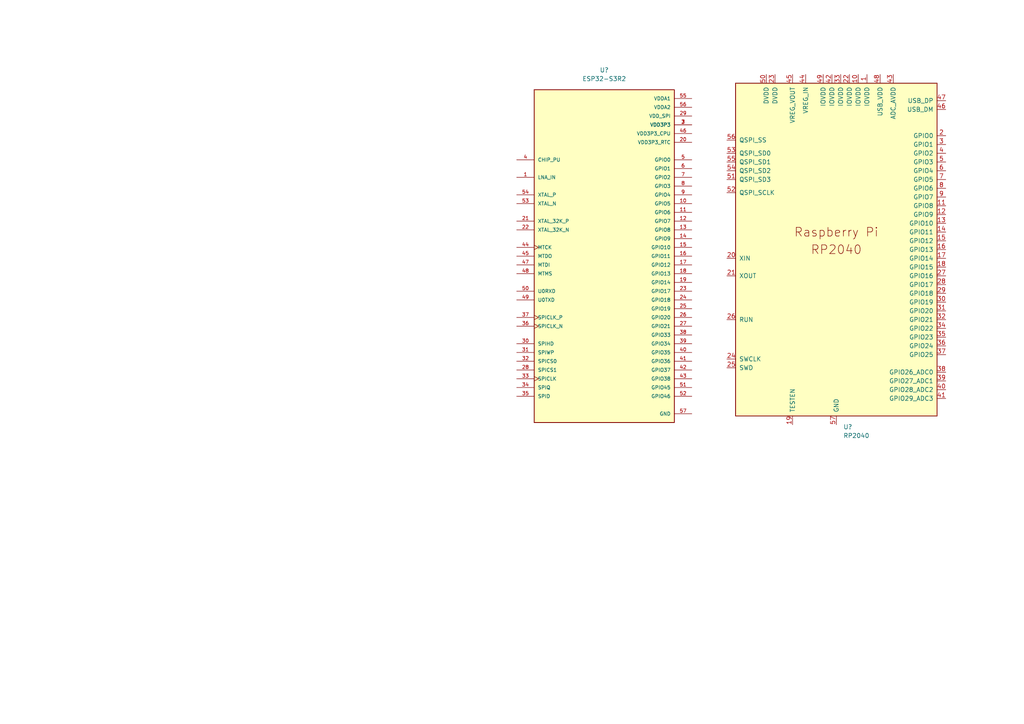
<source format=kicad_sch>
(kicad_sch (version 20211123) (generator eeschema)
  (paper "A4")
  (lib_symbols
    (symbol "MCU_Espriff_S3:ESP32-S3R2" (pin_names (offset 1.016))
      (property "Reference" "U" (at -20.32 49.53 0))
      (property "Value" "ESP32-S3R2" (at -20.32 -49.53 0))
      (symbol "ESP32-S3R2_0_0"
        (rectangle (start -20.32 -48.26) (end 20.32 48.26) (stroke (width 0.254)) (fill (type background)))
        (pin bidirectional line (at -25.4 22.86 0) (length 5.08) (name "LNA_IN") (number "1"))
        (pin bidirectional line (at 25.4 15.24 180) (length 5.08) (name "GPIO5") (number "10"))
        (pin bidirectional line (at 25.4 12.7 180) (length 5.08) (name "GPIO6") (number "11"))
        (pin bidirectional line (at 25.4 10.16 180) (length 5.08) (name "GPIO7") (number "12"))
        (pin bidirectional line (at 25.4 7.62 180) (length 5.08) (name "GPIO8") (number "13"))
        (pin bidirectional line (at 25.4 5.08 180) (length 5.08) (name "GPIO9") (number "14"))
        (pin bidirectional line (at 25.4 2.54 180) (length 5.08) (name "GPIO10") (number "15"))
        (pin bidirectional line (at 25.4 0 180) (length 5.08) (name "GPIO11") (number "16"))
        (pin bidirectional line (at 25.4 -2.54 180) (length 5.08) (name "GPIO12") (number "17"))
        (pin bidirectional line (at 25.4 -5.08 180) (length 5.08) (name "GPIO13") (number "18"))
        (pin bidirectional line (at 25.4 -7.62 180) (length 5.08) (name "GPIO14") (number "19"))
        (pin power_in line (at 25.4 38.1 180) (length 5.08) (name "VDD3P3") (number "2"))
        (pin power_in line (at 25.4 33.02 180) (length 5.08) (name "VDD3P3_RTC") (number "20"))
        (pin bidirectional line (at -25.4 10.16 0) (length 5.08) (name "XTAL_32K_P") (number "21"))
        (pin bidirectional line (at -25.4 7.62 0) (length 5.08) (name "XTAL_32K_N") (number "22"))
        (pin bidirectional line (at 25.4 -10.16 180) (length 5.08) (name "GPIO17") (number "23"))
        (pin bidirectional line (at 25.4 -12.7 180) (length 5.08) (name "GPIO18") (number "24"))
        (pin bidirectional line (at 25.4 -15.24 180) (length 5.08) (name "GPIO19") (number "25"))
        (pin bidirectional line (at 25.4 -17.78 180) (length 5.08) (name "GPIO20") (number "26"))
        (pin bidirectional line (at 25.4 -20.32 180) (length 5.08) (name "GPIO21") (number "27"))
        (pin bidirectional line (at -25.4 -33.02 0) (length 5.08) (name "SPICS1") (number "28"))
        (pin power_in line (at 25.4 40.64 180) (length 5.08) (name "VDD_SPI") (number "29"))
        (pin power_in line (at 25.4 38.1 180) (length 5.08) (name "VDD3P3") (number "3"))
        (pin bidirectional line (at -25.4 -25.4 0) (length 5.08) (name "SPIHD") (number "30"))
        (pin bidirectional line (at -25.4 -27.94 0) (length 5.08) (name "SPIWP") (number "31"))
        (pin bidirectional line (at -25.4 -30.48 0) (length 5.08) (name "SPICS0") (number "32"))
        (pin bidirectional clock (at -25.4 -35.56 0) (length 5.08) (name "SPICLK") (number "33"))
        (pin bidirectional line (at -25.4 -38.1 0) (length 5.08) (name "SPIQ") (number "34"))
        (pin bidirectional line (at -25.4 -40.64 0) (length 5.08) (name "SPID") (number "35"))
        (pin bidirectional clock (at -25.4 -20.32 0) (length 5.08) (name "SPICLK_N") (number "36"))
        (pin bidirectional clock (at -25.4 -17.78 0) (length 5.08) (name "SPICLK_P") (number "37"))
        (pin bidirectional line (at 25.4 -22.86 180) (length 5.08) (name "GPIO33") (number "38"))
        (pin bidirectional line (at 25.4 -25.4 180) (length 5.08) (name "GPIO34") (number "39"))
        (pin input line (at -25.4 27.94 0) (length 5.08) (name "CHIP_PU") (number "4"))
        (pin bidirectional line (at 25.4 -27.94 180) (length 5.08) (name "GPIO35") (number "40"))
        (pin bidirectional line (at 25.4 -30.48 180) (length 5.08) (name "GPIO36") (number "41"))
        (pin bidirectional line (at 25.4 -33.02 180) (length 5.08) (name "GPIO37") (number "42"))
        (pin bidirectional line (at 25.4 -35.56 180) (length 5.08) (name "GPIO38") (number "43"))
        (pin bidirectional clock (at -25.4 2.54 0) (length 5.08) (name "MTCK") (number "44"))
        (pin bidirectional line (at -25.4 0 0) (length 5.08) (name "MTDO") (number "45"))
        (pin power_in line (at 25.4 35.56 180) (length 5.08) (name "VDD3P3_CPU") (number "46"))
        (pin bidirectional line (at -25.4 -2.54 0) (length 5.08) (name "MTDI") (number "47"))
        (pin bidirectional line (at -25.4 -5.08 0) (length 5.08) (name "MTMS") (number "48"))
        (pin bidirectional line (at -25.4 -12.7 0) (length 5.08) (name "U0TXD") (number "49"))
        (pin bidirectional line (at 25.4 27.94 180) (length 5.08) (name "GPIO0") (number "5"))
        (pin bidirectional line (at -25.4 -10.16 0) (length 5.08) (name "U0RXD") (number "50"))
        (pin bidirectional line (at 25.4 -38.1 180) (length 5.08) (name "GPIO45") (number "51"))
        (pin bidirectional line (at 25.4 -40.64 180) (length 5.08) (name "GPIO46") (number "52"))
        (pin output line (at -25.4 15.24 0) (length 5.08) (name "XTAL_N") (number "53"))
        (pin input line (at -25.4 17.78 0) (length 5.08) (name "XTAL_P") (number "54"))
        (pin power_in line (at 25.4 45.72 180) (length 5.08) (name "VDDA1") (number "55"))
        (pin power_in line (at 25.4 43.18 180) (length 5.08) (name "VDDA2") (number "56"))
        (pin power_in line (at 25.4 -45.72 180) (length 5.08) (name "GND") (number "57"))
        (pin bidirectional line (at 25.4 25.4 180) (length 5.08) (name "GPIO1") (number "6"))
        (pin bidirectional line (at 25.4 22.86 180) (length 5.08) (name "GPIO2") (number "7"))
        (pin bidirectional line (at 25.4 20.32 180) (length 5.08) (name "GPIO3") (number "8"))
        (pin bidirectional line (at 25.4 17.78 180) (length 5.08) (name "GPIO4") (number "9"))
      )
    )
    (symbol "MCU_RaspberryPi:RP2040" (pin_names (offset 1.016))
      (property "Reference" "U" (at -29.21 49.53 0))
      (property "Value" "RP2040" (at 24.13 -49.53 0))
      (symbol "RP2040_0_0"
        (text "Raspberry Pi" (at 0 5.08 0) (effects (font (size 2.54 2.54))))
        (text "RP2040" (at 0 0 0) (effects (font (size 2.54 2.54))))
      )
      (symbol "RP2040_0_1"
        (rectangle (start 29.21 48.26) (end -29.21 -48.26) (stroke (width 0.254)) (fill (type background)))
      )
      (symbol "RP2040_1_1"
        (pin power_in line (at 8.89 50.8 270) (length 2.54) (name "IOVDD") (number "1"))
        (pin power_in line (at 6.35 50.8 270) (length 2.54) (name "IOVDD") (number "10"))
        (pin bidirectional line (at 31.75 12.7 180) (length 2.54) (name "GPIO8") (number "11"))
        (pin bidirectional line (at 31.75 10.16 180) (length 2.54) (name "GPIO9") (number "12"))
        (pin bidirectional line (at 31.75 7.62 180) (length 2.54) (name "GPIO10") (number "13"))
        (pin bidirectional line (at 31.75 5.08 180) (length 2.54) (name "GPIO11") (number "14"))
        (pin bidirectional line (at 31.75 2.54 180) (length 2.54) (name "GPIO12") (number "15"))
        (pin bidirectional line (at 31.75 0 180) (length 2.54) (name "GPIO13") (number "16"))
        (pin bidirectional line (at 31.75 -2.54 180) (length 2.54) (name "GPIO14") (number "17"))
        (pin bidirectional line (at 31.75 -5.08 180) (length 2.54) (name "GPIO15") (number "18"))
        (pin passive line (at -12.7 -50.8 90) (length 2.54) (name "TESTEN") (number "19"))
        (pin bidirectional line (at 31.75 33.02 180) (length 2.54) (name "GPIO0") (number "2"))
        (pin input line (at -31.75 -2.54 0) (length 2.54) (name "XIN") (number "20"))
        (pin passive line (at -31.75 -7.62 0) (length 2.54) (name "XOUT") (number "21"))
        (pin power_in line (at 3.81 50.8 270) (length 2.54) (name "IOVDD") (number "22"))
        (pin power_in line (at -17.78 50.8 270) (length 2.54) (name "DVDD") (number "23"))
        (pin output line (at -31.75 -31.75 0) (length 2.54) (name "SWCLK") (number "24"))
        (pin bidirectional line (at -31.75 -34.29 0) (length 2.54) (name "SWD") (number "25"))
        (pin input line (at -31.75 -20.32 0) (length 2.54) (name "RUN") (number "26"))
        (pin bidirectional line (at 31.75 -7.62 180) (length 2.54) (name "GPIO16") (number "27"))
        (pin bidirectional line (at 31.75 -10.16 180) (length 2.54) (name "GPIO17") (number "28"))
        (pin bidirectional line (at 31.75 -12.7 180) (length 2.54) (name "GPIO18") (number "29"))
        (pin bidirectional line (at 31.75 30.48 180) (length 2.54) (name "GPIO1") (number "3"))
        (pin bidirectional line (at 31.75 -15.24 180) (length 2.54) (name "GPIO19") (number "30"))
        (pin bidirectional line (at 31.75 -17.78 180) (length 2.54) (name "GPIO20") (number "31"))
        (pin bidirectional line (at 31.75 -20.32 180) (length 2.54) (name "GPIO21") (number "32"))
        (pin power_in line (at 1.27 50.8 270) (length 2.54) (name "IOVDD") (number "33"))
        (pin bidirectional line (at 31.75 -22.86 180) (length 2.54) (name "GPIO22") (number "34"))
        (pin bidirectional line (at 31.75 -25.4 180) (length 2.54) (name "GPIO23") (number "35"))
        (pin bidirectional line (at 31.75 -27.94 180) (length 2.54) (name "GPIO24") (number "36"))
        (pin bidirectional line (at 31.75 -30.48 180) (length 2.54) (name "GPIO25") (number "37"))
        (pin bidirectional line (at 31.75 -35.56 180) (length 2.54) (name "GPIO26_ADC0") (number "38"))
        (pin bidirectional line (at 31.75 -38.1 180) (length 2.54) (name "GPIO27_ADC1") (number "39"))
        (pin bidirectional line (at 31.75 27.94 180) (length 2.54) (name "GPIO2") (number "4"))
        (pin bidirectional line (at 31.75 -40.64 180) (length 2.54) (name "GPIO28_ADC2") (number "40"))
        (pin bidirectional line (at 31.75 -43.18 180) (length 2.54) (name "GPIO29_ADC3") (number "41"))
        (pin power_in line (at -1.27 50.8 270) (length 2.54) (name "IOVDD") (number "42"))
        (pin power_in line (at 16.51 50.8 270) (length 2.54) (name "ADC_AVDD") (number "43"))
        (pin power_in line (at -8.89 50.8 270) (length 2.54) (name "VREG_IN") (number "44"))
        (pin power_out line (at -12.7 50.8 270) (length 2.54) (name "VREG_VOUT") (number "45"))
        (pin bidirectional line (at 31.75 40.64 180) (length 2.54) (name "USB_DM") (number "46"))
        (pin bidirectional line (at 31.75 43.18 180) (length 2.54) (name "USB_DP") (number "47"))
        (pin power_in line (at 12.7 50.8 270) (length 2.54) (name "USB_VDD") (number "48"))
        (pin power_in line (at -3.81 50.8 270) (length 2.54) (name "IOVDD") (number "49"))
        (pin bidirectional line (at 31.75 25.4 180) (length 2.54) (name "GPIO3") (number "5"))
        (pin power_in line (at -20.32 50.8 270) (length 2.54) (name "DVDD") (number "50"))
        (pin bidirectional line (at -31.75 20.32 0) (length 2.54) (name "QSPI_SD3") (number "51"))
        (pin output line (at -31.75 16.51 0) (length 2.54) (name "QSPI_SCLK") (number "52"))
        (pin bidirectional line (at -31.75 27.94 0) (length 2.54) (name "QSPI_SD0") (number "53"))
        (pin bidirectional line (at -31.75 22.86 0) (length 2.54) (name "QSPI_SD2") (number "54"))
        (pin bidirectional line (at -31.75 25.4 0) (length 2.54) (name "QSPI_SD1") (number "55"))
        (pin bidirectional line (at -31.75 31.75 0) (length 2.54) (name "QSPI_SS") (number "56"))
        (pin power_in line (at 0 -50.8 90) (length 2.54) (name "GND") (number "57"))
        (pin bidirectional line (at 31.75 22.86 180) (length 2.54) (name "GPIO4") (number "6"))
        (pin bidirectional line (at 31.75 20.32 180) (length 2.54) (name "GPIO5") (number "7"))
        (pin bidirectional line (at 31.75 17.78 180) (length 2.54) (name "GPIO6") (number "8"))
        (pin bidirectional line (at 31.75 15.24 180) (length 2.54) (name "GPIO7") (number "9"))
      )
    )
  )
  (symbol (lib_id "MCU_Espriff_S3:ESP32-S3R2") (at 175.26 74.295 0) (unit 1)
    (property "Reference" "U?" (at 175.26 20.32 0))
    (property "Value" "ESP32-S3R2" (at 175.26 22.86 0))
    (property "Footprint" "QFN40P700X700X90-57N" (effects hide))
    (property "MF" "Espressif Systems" (effects hide))
    (property "Description" "Espressif Systems [ENGINEERING SAMPLES]SMD IC , Dual-Core MCU, Wi-Fi 2.4G & BLE 5.0 combo, 8 MB Octal SPI PSRAM, QFN 56-pin, 7*7 mm" (effects hide))
    (property "MP" "ESP32-S3R2" (effects hide))
    (property "Price" "None" (effects hide))
    (property "Purchase-URL" "https://pricing.snapeda.com/search/part/ESP32-S3R2/?ref=eda" (effects hide))
    (property "Package" "None" (effects hide))
    (property "Availability" "In Stock" (effects hide))
  )
  (symbol (lib_id "MCU_RaspberryPi:RP2040") (at 242.57 72.39 0) (unit 1)
    (property "Reference" "U?" (at 244.5894 123.825 0) (effects (justify left)))
    (property "Value" "RP2040" (at 244.5894 126.365 0) (effects (justify left)))
    (property "Footprint" "RP2040_minimal:RP2040-QFN-56" (effects hide))
  )
)
</source>
